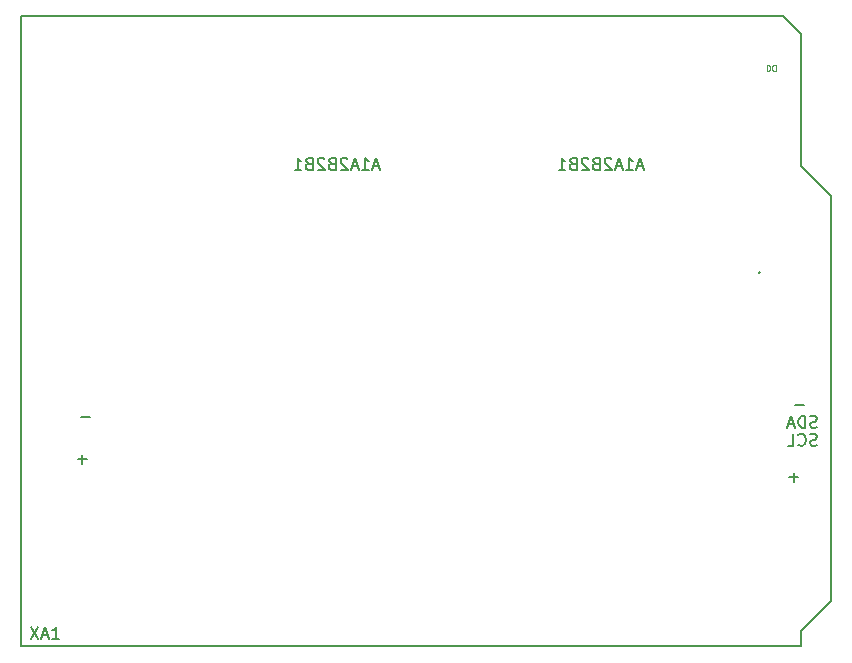
<source format=gbr>
%TF.GenerationSoftware,KiCad,Pcbnew,(7.0.0)*%
%TF.CreationDate,2023-03-01T19:42:45-06:00*%
%TF.ProjectId,TurretCtl,54757272-6574-4437-946c-2e6b69636164,rev?*%
%TF.SameCoordinates,Original*%
%TF.FileFunction,Legend,Bot*%
%TF.FilePolarity,Positive*%
%FSLAX46Y46*%
G04 Gerber Fmt 4.6, Leading zero omitted, Abs format (unit mm)*
G04 Created by KiCad (PCBNEW (7.0.0)) date 2023-03-01 19:42:45*
%MOMM*%
%LPD*%
G01*
G04 APERTURE LIST*
%ADD10C,0.150000*%
%ADD11C,0.075000*%
G04 APERTURE END LIST*
D10*
X128841523Y-73664666D02*
X128365333Y-73664666D01*
X128936761Y-73950380D02*
X128603428Y-72950380D01*
X128603428Y-72950380D02*
X128270095Y-73950380D01*
X127412952Y-73950380D02*
X127984380Y-73950380D01*
X127698666Y-73950380D02*
X127698666Y-72950380D01*
X127698666Y-72950380D02*
X127793904Y-73093238D01*
X127793904Y-73093238D02*
X127889142Y-73188476D01*
X127889142Y-73188476D02*
X127984380Y-73236095D01*
X127031999Y-73664666D02*
X126555809Y-73664666D01*
X127127237Y-73950380D02*
X126793904Y-72950380D01*
X126793904Y-72950380D02*
X126460571Y-73950380D01*
X126174856Y-73045619D02*
X126127237Y-72998000D01*
X126127237Y-72998000D02*
X126031999Y-72950380D01*
X126031999Y-72950380D02*
X125793904Y-72950380D01*
X125793904Y-72950380D02*
X125698666Y-72998000D01*
X125698666Y-72998000D02*
X125651047Y-73045619D01*
X125651047Y-73045619D02*
X125603428Y-73140857D01*
X125603428Y-73140857D02*
X125603428Y-73236095D01*
X125603428Y-73236095D02*
X125651047Y-73378952D01*
X125651047Y-73378952D02*
X126222475Y-73950380D01*
X126222475Y-73950380D02*
X125603428Y-73950380D01*
X124841523Y-73426571D02*
X124698666Y-73474190D01*
X124698666Y-73474190D02*
X124651047Y-73521809D01*
X124651047Y-73521809D02*
X124603428Y-73617047D01*
X124603428Y-73617047D02*
X124603428Y-73759904D01*
X124603428Y-73759904D02*
X124651047Y-73855142D01*
X124651047Y-73855142D02*
X124698666Y-73902761D01*
X124698666Y-73902761D02*
X124793904Y-73950380D01*
X124793904Y-73950380D02*
X125174856Y-73950380D01*
X125174856Y-73950380D02*
X125174856Y-72950380D01*
X125174856Y-72950380D02*
X124841523Y-72950380D01*
X124841523Y-72950380D02*
X124746285Y-72998000D01*
X124746285Y-72998000D02*
X124698666Y-73045619D01*
X124698666Y-73045619D02*
X124651047Y-73140857D01*
X124651047Y-73140857D02*
X124651047Y-73236095D01*
X124651047Y-73236095D02*
X124698666Y-73331333D01*
X124698666Y-73331333D02*
X124746285Y-73378952D01*
X124746285Y-73378952D02*
X124841523Y-73426571D01*
X124841523Y-73426571D02*
X125174856Y-73426571D01*
X124222475Y-73045619D02*
X124174856Y-72998000D01*
X124174856Y-72998000D02*
X124079618Y-72950380D01*
X124079618Y-72950380D02*
X123841523Y-72950380D01*
X123841523Y-72950380D02*
X123746285Y-72998000D01*
X123746285Y-72998000D02*
X123698666Y-73045619D01*
X123698666Y-73045619D02*
X123651047Y-73140857D01*
X123651047Y-73140857D02*
X123651047Y-73236095D01*
X123651047Y-73236095D02*
X123698666Y-73378952D01*
X123698666Y-73378952D02*
X124270094Y-73950380D01*
X124270094Y-73950380D02*
X123651047Y-73950380D01*
X122889142Y-73426571D02*
X122746285Y-73474190D01*
X122746285Y-73474190D02*
X122698666Y-73521809D01*
X122698666Y-73521809D02*
X122651047Y-73617047D01*
X122651047Y-73617047D02*
X122651047Y-73759904D01*
X122651047Y-73759904D02*
X122698666Y-73855142D01*
X122698666Y-73855142D02*
X122746285Y-73902761D01*
X122746285Y-73902761D02*
X122841523Y-73950380D01*
X122841523Y-73950380D02*
X123222475Y-73950380D01*
X123222475Y-73950380D02*
X123222475Y-72950380D01*
X123222475Y-72950380D02*
X122889142Y-72950380D01*
X122889142Y-72950380D02*
X122793904Y-72998000D01*
X122793904Y-72998000D02*
X122746285Y-73045619D01*
X122746285Y-73045619D02*
X122698666Y-73140857D01*
X122698666Y-73140857D02*
X122698666Y-73236095D01*
X122698666Y-73236095D02*
X122746285Y-73331333D01*
X122746285Y-73331333D02*
X122793904Y-73378952D01*
X122793904Y-73378952D02*
X122889142Y-73426571D01*
X122889142Y-73426571D02*
X123222475Y-73426571D01*
X121698666Y-73950380D02*
X122270094Y-73950380D01*
X121984380Y-73950380D02*
X121984380Y-72950380D01*
X121984380Y-72950380D02*
X122079618Y-73093238D01*
X122079618Y-73093238D02*
X122174856Y-73188476D01*
X122174856Y-73188476D02*
X122270094Y-73236095D01*
X82057904Y-94905428D02*
X81296000Y-94905428D01*
X143573523Y-97270761D02*
X143430666Y-97318380D01*
X143430666Y-97318380D02*
X143192571Y-97318380D01*
X143192571Y-97318380D02*
X143097333Y-97270761D01*
X143097333Y-97270761D02*
X143049714Y-97223142D01*
X143049714Y-97223142D02*
X143002095Y-97127904D01*
X143002095Y-97127904D02*
X143002095Y-97032666D01*
X143002095Y-97032666D02*
X143049714Y-96937428D01*
X143049714Y-96937428D02*
X143097333Y-96889809D01*
X143097333Y-96889809D02*
X143192571Y-96842190D01*
X143192571Y-96842190D02*
X143383047Y-96794571D01*
X143383047Y-96794571D02*
X143478285Y-96746952D01*
X143478285Y-96746952D02*
X143525904Y-96699333D01*
X143525904Y-96699333D02*
X143573523Y-96604095D01*
X143573523Y-96604095D02*
X143573523Y-96508857D01*
X143573523Y-96508857D02*
X143525904Y-96413619D01*
X143525904Y-96413619D02*
X143478285Y-96366000D01*
X143478285Y-96366000D02*
X143383047Y-96318380D01*
X143383047Y-96318380D02*
X143144952Y-96318380D01*
X143144952Y-96318380D02*
X143002095Y-96366000D01*
X142002095Y-97223142D02*
X142049714Y-97270761D01*
X142049714Y-97270761D02*
X142192571Y-97318380D01*
X142192571Y-97318380D02*
X142287809Y-97318380D01*
X142287809Y-97318380D02*
X142430666Y-97270761D01*
X142430666Y-97270761D02*
X142525904Y-97175523D01*
X142525904Y-97175523D02*
X142573523Y-97080285D01*
X142573523Y-97080285D02*
X142621142Y-96889809D01*
X142621142Y-96889809D02*
X142621142Y-96746952D01*
X142621142Y-96746952D02*
X142573523Y-96556476D01*
X142573523Y-96556476D02*
X142525904Y-96461238D01*
X142525904Y-96461238D02*
X142430666Y-96366000D01*
X142430666Y-96366000D02*
X142287809Y-96318380D01*
X142287809Y-96318380D02*
X142192571Y-96318380D01*
X142192571Y-96318380D02*
X142049714Y-96366000D01*
X142049714Y-96366000D02*
X142002095Y-96413619D01*
X141097333Y-97318380D02*
X141573523Y-97318380D01*
X141573523Y-97318380D02*
X141573523Y-96318380D01*
X142509904Y-93889428D02*
X141748000Y-93889428D01*
X143573523Y-95746761D02*
X143430666Y-95794380D01*
X143430666Y-95794380D02*
X143192571Y-95794380D01*
X143192571Y-95794380D02*
X143097333Y-95746761D01*
X143097333Y-95746761D02*
X143049714Y-95699142D01*
X143049714Y-95699142D02*
X143002095Y-95603904D01*
X143002095Y-95603904D02*
X143002095Y-95508666D01*
X143002095Y-95508666D02*
X143049714Y-95413428D01*
X143049714Y-95413428D02*
X143097333Y-95365809D01*
X143097333Y-95365809D02*
X143192571Y-95318190D01*
X143192571Y-95318190D02*
X143383047Y-95270571D01*
X143383047Y-95270571D02*
X143478285Y-95222952D01*
X143478285Y-95222952D02*
X143525904Y-95175333D01*
X143525904Y-95175333D02*
X143573523Y-95080095D01*
X143573523Y-95080095D02*
X143573523Y-94984857D01*
X143573523Y-94984857D02*
X143525904Y-94889619D01*
X143525904Y-94889619D02*
X143478285Y-94842000D01*
X143478285Y-94842000D02*
X143383047Y-94794380D01*
X143383047Y-94794380D02*
X143144952Y-94794380D01*
X143144952Y-94794380D02*
X143002095Y-94842000D01*
X142573523Y-95794380D02*
X142573523Y-94794380D01*
X142573523Y-94794380D02*
X142335428Y-94794380D01*
X142335428Y-94794380D02*
X142192571Y-94842000D01*
X142192571Y-94842000D02*
X142097333Y-94937238D01*
X142097333Y-94937238D02*
X142049714Y-95032476D01*
X142049714Y-95032476D02*
X142002095Y-95222952D01*
X142002095Y-95222952D02*
X142002095Y-95365809D01*
X142002095Y-95365809D02*
X142049714Y-95556285D01*
X142049714Y-95556285D02*
X142097333Y-95651523D01*
X142097333Y-95651523D02*
X142192571Y-95746761D01*
X142192571Y-95746761D02*
X142335428Y-95794380D01*
X142335428Y-95794380D02*
X142573523Y-95794380D01*
X141621142Y-95508666D02*
X141144952Y-95508666D01*
X141716380Y-95794380D02*
X141383047Y-94794380D01*
X141383047Y-94794380D02*
X141049714Y-95794380D01*
X106489523Y-73664666D02*
X106013333Y-73664666D01*
X106584761Y-73950380D02*
X106251428Y-72950380D01*
X106251428Y-72950380D02*
X105918095Y-73950380D01*
X105060952Y-73950380D02*
X105632380Y-73950380D01*
X105346666Y-73950380D02*
X105346666Y-72950380D01*
X105346666Y-72950380D02*
X105441904Y-73093238D01*
X105441904Y-73093238D02*
X105537142Y-73188476D01*
X105537142Y-73188476D02*
X105632380Y-73236095D01*
X104679999Y-73664666D02*
X104203809Y-73664666D01*
X104775237Y-73950380D02*
X104441904Y-72950380D01*
X104441904Y-72950380D02*
X104108571Y-73950380D01*
X103822856Y-73045619D02*
X103775237Y-72998000D01*
X103775237Y-72998000D02*
X103679999Y-72950380D01*
X103679999Y-72950380D02*
X103441904Y-72950380D01*
X103441904Y-72950380D02*
X103346666Y-72998000D01*
X103346666Y-72998000D02*
X103299047Y-73045619D01*
X103299047Y-73045619D02*
X103251428Y-73140857D01*
X103251428Y-73140857D02*
X103251428Y-73236095D01*
X103251428Y-73236095D02*
X103299047Y-73378952D01*
X103299047Y-73378952D02*
X103870475Y-73950380D01*
X103870475Y-73950380D02*
X103251428Y-73950380D01*
X102489523Y-73426571D02*
X102346666Y-73474190D01*
X102346666Y-73474190D02*
X102299047Y-73521809D01*
X102299047Y-73521809D02*
X102251428Y-73617047D01*
X102251428Y-73617047D02*
X102251428Y-73759904D01*
X102251428Y-73759904D02*
X102299047Y-73855142D01*
X102299047Y-73855142D02*
X102346666Y-73902761D01*
X102346666Y-73902761D02*
X102441904Y-73950380D01*
X102441904Y-73950380D02*
X102822856Y-73950380D01*
X102822856Y-73950380D02*
X102822856Y-72950380D01*
X102822856Y-72950380D02*
X102489523Y-72950380D01*
X102489523Y-72950380D02*
X102394285Y-72998000D01*
X102394285Y-72998000D02*
X102346666Y-73045619D01*
X102346666Y-73045619D02*
X102299047Y-73140857D01*
X102299047Y-73140857D02*
X102299047Y-73236095D01*
X102299047Y-73236095D02*
X102346666Y-73331333D01*
X102346666Y-73331333D02*
X102394285Y-73378952D01*
X102394285Y-73378952D02*
X102489523Y-73426571D01*
X102489523Y-73426571D02*
X102822856Y-73426571D01*
X101870475Y-73045619D02*
X101822856Y-72998000D01*
X101822856Y-72998000D02*
X101727618Y-72950380D01*
X101727618Y-72950380D02*
X101489523Y-72950380D01*
X101489523Y-72950380D02*
X101394285Y-72998000D01*
X101394285Y-72998000D02*
X101346666Y-73045619D01*
X101346666Y-73045619D02*
X101299047Y-73140857D01*
X101299047Y-73140857D02*
X101299047Y-73236095D01*
X101299047Y-73236095D02*
X101346666Y-73378952D01*
X101346666Y-73378952D02*
X101918094Y-73950380D01*
X101918094Y-73950380D02*
X101299047Y-73950380D01*
X100537142Y-73426571D02*
X100394285Y-73474190D01*
X100394285Y-73474190D02*
X100346666Y-73521809D01*
X100346666Y-73521809D02*
X100299047Y-73617047D01*
X100299047Y-73617047D02*
X100299047Y-73759904D01*
X100299047Y-73759904D02*
X100346666Y-73855142D01*
X100346666Y-73855142D02*
X100394285Y-73902761D01*
X100394285Y-73902761D02*
X100489523Y-73950380D01*
X100489523Y-73950380D02*
X100870475Y-73950380D01*
X100870475Y-73950380D02*
X100870475Y-72950380D01*
X100870475Y-72950380D02*
X100537142Y-72950380D01*
X100537142Y-72950380D02*
X100441904Y-72998000D01*
X100441904Y-72998000D02*
X100394285Y-73045619D01*
X100394285Y-73045619D02*
X100346666Y-73140857D01*
X100346666Y-73140857D02*
X100346666Y-73236095D01*
X100346666Y-73236095D02*
X100394285Y-73331333D01*
X100394285Y-73331333D02*
X100441904Y-73378952D01*
X100441904Y-73378952D02*
X100537142Y-73426571D01*
X100537142Y-73426571D02*
X100870475Y-73426571D01*
X99346666Y-73950380D02*
X99918094Y-73950380D01*
X99632380Y-73950380D02*
X99632380Y-72950380D01*
X99632380Y-72950380D02*
X99727618Y-73093238D01*
X99727618Y-73093238D02*
X99822856Y-73188476D01*
X99822856Y-73188476D02*
X99918094Y-73236095D01*
X81010095Y-98461428D02*
X81772000Y-98461428D01*
X81391047Y-98842380D02*
X81391047Y-98080476D01*
X142001904Y-99985428D02*
X141240000Y-99985428D01*
X141620952Y-100366380D02*
X141620952Y-99604476D01*
%TO.C,XA1*%
X76993905Y-112651380D02*
X77660571Y-113651380D01*
X77660571Y-112651380D02*
X76993905Y-113651380D01*
X77993905Y-113365666D02*
X78470095Y-113365666D01*
X77898667Y-113651380D02*
X78232000Y-112651380D01*
X78232000Y-112651380D02*
X78565333Y-113651380D01*
X79422476Y-113651380D02*
X78851048Y-113651380D01*
X79136762Y-113651380D02*
X79136762Y-112651380D01*
X79136762Y-112651380D02*
X79041524Y-112794238D01*
X79041524Y-112794238D02*
X78946286Y-112889476D01*
X78946286Y-112889476D02*
X78851048Y-112937095D01*
X138684000Y-82568142D02*
X138731619Y-82615761D01*
X138731619Y-82615761D02*
X138684000Y-82663380D01*
X138684000Y-82663380D02*
X138636381Y-82615761D01*
X138636381Y-82615761D02*
X138684000Y-82568142D01*
X138684000Y-82568142D02*
X138684000Y-82663380D01*
D11*
X140069047Y-65588690D02*
X140069047Y-65088690D01*
X140069047Y-65088690D02*
X139949999Y-65088690D01*
X139949999Y-65088690D02*
X139878571Y-65112500D01*
X139878571Y-65112500D02*
X139830952Y-65160119D01*
X139830952Y-65160119D02*
X139807142Y-65207738D01*
X139807142Y-65207738D02*
X139783333Y-65302976D01*
X139783333Y-65302976D02*
X139783333Y-65374404D01*
X139783333Y-65374404D02*
X139807142Y-65469642D01*
X139807142Y-65469642D02*
X139830952Y-65517261D01*
X139830952Y-65517261D02*
X139878571Y-65564880D01*
X139878571Y-65564880D02*
X139949999Y-65588690D01*
X139949999Y-65588690D02*
X140069047Y-65588690D01*
X139473809Y-65088690D02*
X139426190Y-65088690D01*
X139426190Y-65088690D02*
X139378571Y-65112500D01*
X139378571Y-65112500D02*
X139354761Y-65136309D01*
X139354761Y-65136309D02*
X139330952Y-65183928D01*
X139330952Y-65183928D02*
X139307142Y-65279166D01*
X139307142Y-65279166D02*
X139307142Y-65398214D01*
X139307142Y-65398214D02*
X139330952Y-65493452D01*
X139330952Y-65493452D02*
X139354761Y-65541071D01*
X139354761Y-65541071D02*
X139378571Y-65564880D01*
X139378571Y-65564880D02*
X139426190Y-65588690D01*
X139426190Y-65588690D02*
X139473809Y-65588690D01*
X139473809Y-65588690D02*
X139521428Y-65564880D01*
X139521428Y-65564880D02*
X139545237Y-65541071D01*
X139545237Y-65541071D02*
X139569047Y-65493452D01*
X139569047Y-65493452D02*
X139592856Y-65398214D01*
X139592856Y-65398214D02*
X139592856Y-65279166D01*
X139592856Y-65279166D02*
X139569047Y-65183928D01*
X139569047Y-65183928D02*
X139545237Y-65136309D01*
X139545237Y-65136309D02*
X139521428Y-65112500D01*
X139521428Y-65112500D02*
X139473809Y-65088690D01*
D10*
X76200000Y-60960000D02*
X76200000Y-114300000D01*
X76200000Y-60960000D02*
X140716000Y-60960000D01*
X76200000Y-114300000D02*
X142240000Y-114300000D01*
X140716000Y-60960000D02*
X142240000Y-62484000D01*
X142240000Y-73660000D02*
X142240000Y-62484000D01*
X142240000Y-113030000D02*
X144780000Y-110490000D01*
X142240000Y-114300000D02*
X142240000Y-113030000D01*
X144780000Y-76200000D02*
X142240000Y-73660000D01*
X144780000Y-110490000D02*
X144780000Y-76200000D01*
%TD*%
M02*

</source>
